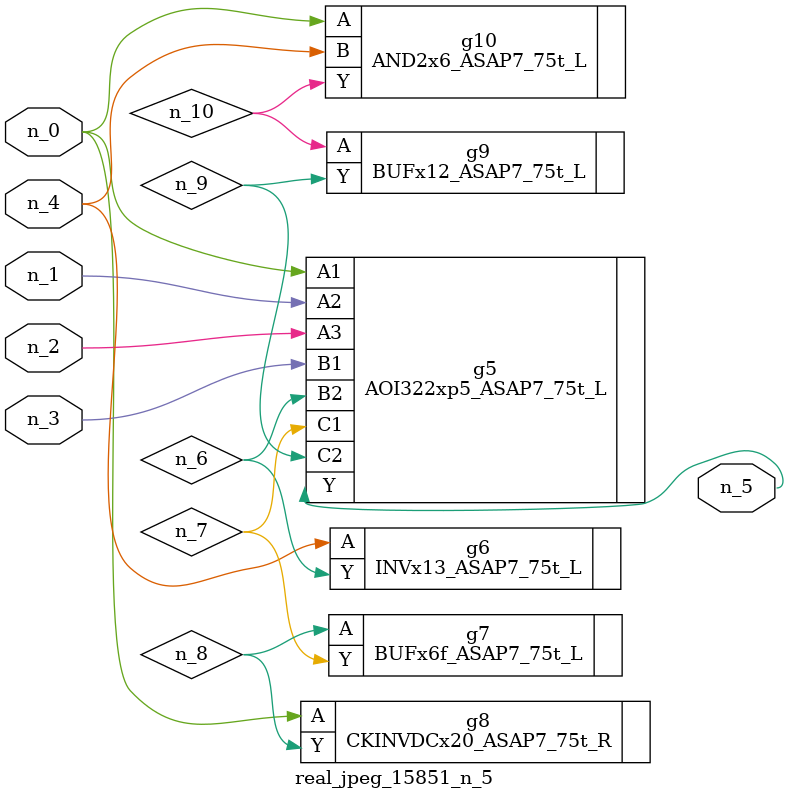
<source format=v>
module real_jpeg_15851_n_5 (n_4, n_0, n_1, n_2, n_3, n_5);

input n_4;
input n_0;
input n_1;
input n_2;
input n_3;

output n_5;

wire n_8;
wire n_6;
wire n_7;
wire n_10;
wire n_9;

AOI322xp5_ASAP7_75t_L g5 ( 
.A1(n_0),
.A2(n_1),
.A3(n_2),
.B1(n_3),
.B2(n_6),
.C1(n_7),
.C2(n_9),
.Y(n_5)
);

CKINVDCx20_ASAP7_75t_R g8 ( 
.A(n_0),
.Y(n_8)
);

AND2x6_ASAP7_75t_L g10 ( 
.A(n_0),
.B(n_4),
.Y(n_10)
);

INVx13_ASAP7_75t_L g6 ( 
.A(n_4),
.Y(n_6)
);

BUFx6f_ASAP7_75t_L g7 ( 
.A(n_8),
.Y(n_7)
);

BUFx12_ASAP7_75t_L g9 ( 
.A(n_10),
.Y(n_9)
);


endmodule
</source>
